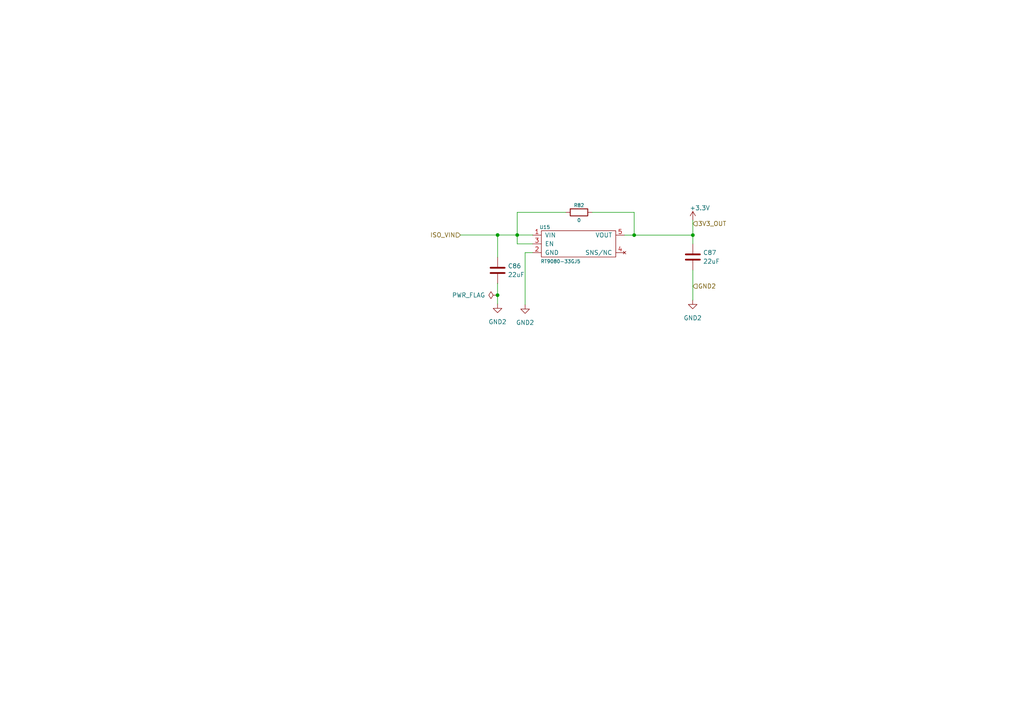
<source format=kicad_sch>
(kicad_sch (version 20231120) (generator "eeschema") (generator_version "8.0")
  (paper "A4")
  (title_block (title "packetRFMS") (date "2024-03-21") (rev "PCB_00132_6A_2124") (company "Packetworx Inc."))
  (lib_symbols
    (symbol "Device:C" (pin_numbers hide) (pin_names (offset 0.254))
      (property "Reference" "C" (at 0.635 2.54 0))
      (property "Value" "C" (at 0.635 -2.54 0))
      (symbol "C_0_1"
        (polyline (pts (xy -2.032 -0.762) (xy 2.032 -0.762)) (stroke (width 0.508)))
        (polyline (pts (xy -2.032 0.762) (xy 2.032 0.762)) (stroke (width 0.508)))
      )
      (symbol "C_1_1"
        (pin passive line (at 0 3.81 270) (length 2.794) (name "~") (number "1"))
        (pin passive line (at 0 -3.81 90) (length 2.794) (name "~") (number "2"))
      )
    )
    (symbol "Device:R" (pin_numbers hide) (pin_names (offset 0))
      (property "Reference" "R" (at 2.032 0 90))
      (property "Value" "R" (at 0 0 90))
      (symbol "R_0_1"
        (rectangle (start -1.016 -2.54) (end 1.016 2.54) (stroke (width 0.254)))
      )
      (symbol "R_1_1"
        (pin passive line (at 0 3.81 270) (length 1.27) (name "~") (number "1"))
        (pin passive line (at 0 -3.81 90) (length 1.27) (name "~") (number "2"))
      )
    )
    (symbol "Packetworx_Symbols:RT9080" (pin_names (offset 1.016))
      (property "Reference" "U3" (at 1.016 1.016 0))
      (property "Value" "RT9080-33GJ5" (at 5.588 -8.89 0))
      (symbol "RT9080_0_1"
        (rectangle (start 21.59 -7.62) (end 0 0))
      )
      (symbol "RT9080_1_1"
        (pin bidirectional line (at -2.54 -1.27 0) (length 2.54) (name "VIN") (number "1"))
        (pin input line (at -2.54 -6.35 0) (length 2.54) (name "GND") (number "2"))
        (pin input line (at -2.54 -3.81 0) (length 2.54) (name "EN") (number "3"))
        (pin no_connect line (at 24.13 -6.35 180) (length 2.54) (name "SNS/NC") (number "4"))
        (pin power_out line (at 24.13 -1.27 180) (length 2.54) (name "VOUT") (number "5"))
      )
    )
    (symbol "power:+3.3V" (power) (pin_names (offset 0))
      (property "Value" "+3.3V" (at 0 3.556 0))
      (symbol "+3.3V_0_1"
        (polyline (pts (xy -0.762 1.27) (xy 0 2.54)))
        (polyline (pts (xy 0 0) (xy 0 2.54)))
        (polyline (pts (xy 0 2.54) (xy 0.762 1.27)))
      )
      (symbol "+3.3V_1_1"
        (pin power_in line (at 0 0 90) (length 0) hide (name "+3V3") (number "1"))
      )
    )
    (symbol "power:GND2" (power) (pin_names (offset 0))
      (property "Value" "GND2" (at 0 -3.81 0))
      (symbol "GND2_0_1"
        (polyline (pts (xy 0 0) (xy 0 -1.27) (xy 1.27 -1.27) (xy 0 -2.54) (xy -1.27 -1.27) (xy 0 -1.27)))
      )
      (symbol "GND2_1_1"
        (pin power_in line (at 0 0 270) (length 0) hide (name "GND2") (number "1"))
      )
    )
    (symbol "power:PWR_FLAG" (power) (pin_numbers hide) (pin_names (offset 0) hide)
      (property "Value" "PWR_FLAG" (at 0 3.81 0))
      (symbol "PWR_FLAG_0_0"
        (pin power_out line (at 0 0 90) (length 0) (name "pwr") (number "1"))
      )
      (symbol "PWR_FLAG_0_1"
        (polyline (pts (xy 0 0) (xy 0 1.27) (xy -1.016 1.905) (xy 0 2.54) (xy 1.016 1.905) (xy 0 1.27)))
      )
    )
  )
  (junction (at 183.9352 68.1953))
  (junction (at 200.9532 68.1953))
  (junction (at 150.0112 68.1644))
  (junction (at 144.3047 85.6097))
  (junction (at 144.3255 68.1644))
  (wire (pts (xy 200.908 87.0316) (xy 200.9532 87.0316)))
  (wire (pts (xy 154.4712 70.7353) (xy 150.0112 70.7353)))
  (wire (pts (xy 144.3047 82.2317) (xy 144.3255 82.2317)))
  (wire (pts (xy 183.9352 61.5913) (xy 183.9352 68.1953)))
  (wire (pts (xy 200.9532 68.1953) (xy 200.9532 70.7353)))
  (wire (pts (xy 144.3047 85.6097) (xy 144.3047 82.2317)))
  (wire (pts (xy 154.4712 73.2753) (xy 152.3049 73.2753)))
  (wire (pts (xy 150.0112 68.1644) (xy 154.4712 68.1644)))
  (wire (pts (xy 200.9532 87.0316) (xy 200.9532 78.3553)))
  (wire (pts (xy 150.0112 61.5913) (xy 150.0112 68.1644)))
  (wire (pts (xy 171.7432 61.5913) (xy 183.9352 61.5913)))
  (wire (pts (xy 200.9532 63.8773) (xy 200.9532 68.1953)))
  (wire (pts (xy 150.0112 70.7353) (xy 150.0112 68.1644)))
  (wire (pts (xy 133.545 68.1644) (xy 144.3255 68.1644)))
  (wire (pts (xy 164.1232 61.5913) (xy 150.0112 61.5913)))
  (wire (pts (xy 144.3047 88.1641) (xy 144.3047 85.6097)))
  (wire (pts (xy 152.3049 73.2753) (xy 152.3049 88.3662)))
  (wire (pts (xy 144.3255 68.1644) (xy 150.0112 68.1644)))
  (wire (pts (xy 181.1412 68.1953) (xy 183.9352 68.1953)))
  (wire (pts (xy 200.9532 68.1953) (xy 183.9352 68.1953)))
  (wire (pts (xy 154.4712 68.1644) (xy 154.4712 68.1953)))
  (wire (pts (xy 144.3255 74.6117) (xy 144.3255 68.1644)))
  (hierarchical_label "ISO_VIN" (shape input) (at 133.545 68.1644 180))
  (hierarchical_label "GND2" (shape input) (at 200.9532 83.0113 0) (property "Intersheetrefs" "${INTERSHEET_REFS}" (effects (hide yes))))
  (hierarchical_label "3V3_OUT" (shape input) (at 200.9532 64.8658 0))
  (symbol (lib_id "power:GND2") (at 144.3047 88.1641 0) (unit 1)
    (property "Reference" "#PWR0185" (effects (hide yes)))
    (property "Value" "GND2" (at 144.3047 93.3593 0))
  )
  (symbol (lib_id "power:GND2") (at 152.3049 88.3662 0) (unit 1)
    (property "Reference" "#PWR0186" (effects (hide yes)))
    (property "Value" "GND2" (at 152.3049 93.5614 0))
  )
  (symbol (lib_id "Device:C") (at 200.9532 74.5453 180) (unit 1)
    (property "Reference" "C87" (at 203.908 73.2753 0) (effects (justify right)))
    (property "Value" "22uF" (at 203.908 75.8153 0) (effects (justify right)))
    (property "Footprint" "Capacitor_SMD:C_0805_2012Metric_Pad1.18x1.45mm_HandSolder" (effects (hide yes)))
    (property "LCSC" "C602037" (effects (hide yes)))
    (instances (project "packetRFMS" (path "" (reference "C87") (unit 1))) (project "SNAP-Water-Level-Sensor" (path "" (reference "C37") (unit 1))))
  )
  (symbol (lib_id "Device:R") (at 167.9332 61.5913 90) (mirror x) (unit 1)
    (property "Reference" "R82" (at 167.9332 59.5593 90) (effects (font (size 1 1))))
    (property "Value" "0" (at 167.9332 63.8773 90) (effects (font (size 1 1))))
    (property "Footprint" "Resistor_SMD:R_0603_1608Metric_Pad0.98x0.95mm_HandSolder" (effects (hide yes)))
    (instances (project "packetRFMS" (path "" (reference "R82") (unit 1))) (project "SNAP" (path "" (reference "R16") (unit 1))) (project "SNAP-Water-Level-Sensor" (path "" (reference "R16") (unit 1))))
  )
  (symbol (lib_id "Packetworx_Symbols:RT9080") (at 157.0112 66.9253 0) (unit 1)
    (property "Reference" "U15" (at 158.0272 65.9093 0) (effects (font (size 1 1))))
    (property "Value" "RT9080-33GJ5" (at 162.5992 75.8153 0) (effects (font (size 1 1))))
    (property "Footprint" "Package_TO_SOT_SMD:TSOT-23-5" (effects (hide yes)))
    (property "LCSC" "C841192" (effects (hide yes)))
    (instances (project "packetRFMS" (path "" (reference "U15") (unit 1))) (project "SNAP" (path "" (reference "U4") (unit 1))) (project "SNAP-Water-Level-Sensor" (path "" (reference "U5") (unit 1))))
  )
  (symbol (lib_id "power:+3.3V") (at 200.9532 63.8773 0) (unit 1)
    (property "Reference" "#PWR0188" (effects (hide yes)))
    (property "Value" "+3.3V" (at 202.9852 60.3213 0))
    (instances (project "packetRFMS" (path "" (reference "#PWR0188") (unit 1))) (project "SNAP" (path "" (reference "#PWR028") (unit 1))) (project "SNAP-Water-Level-Sensor" (path "" (reference "#PWR045") (unit 1))))
  )
  (symbol (lib_id "power:PWR_FLAG") (at 144.3047 85.6097 90) (unit 1)
    (property "Reference" "#FLG05" (effects (hide yes)))
    (property "Value" "PWR_FLAG" (at 140.7364 85.6097 90) (effects (justify left)))
  )
  (symbol (lib_id "power:GND2") (at 200.908 87.0316 0) (unit 1)
    (property "Reference" "#PWR0187" (effects (hide yes)))
    (property "Value" "GND2" (at 200.908 92.2268 0))
  )
  (symbol (lib_id "Device:C") (at 144.3255 78.4217 180) (unit 1)
    (property "Reference" "C86" (at 147.2803 77.1517 0) (effects (justify right)))
    (property "Value" "22uF" (at 147.2803 79.6917 0) (effects (justify right)))
    (property "Footprint" "Capacitor_SMD:C_0805_2012Metric_Pad1.18x1.45mm_HandSolder" (effects (hide yes)))
    (property "LCSC" "C602037" (effects (hide yes)))
    (instances (project "packetRFMS" (path "" (reference "C86") (unit 1))) (project "SNAP-Water-Level-Sensor" (path "" (reference "C21") (unit 1))))
  )
)
</source>
